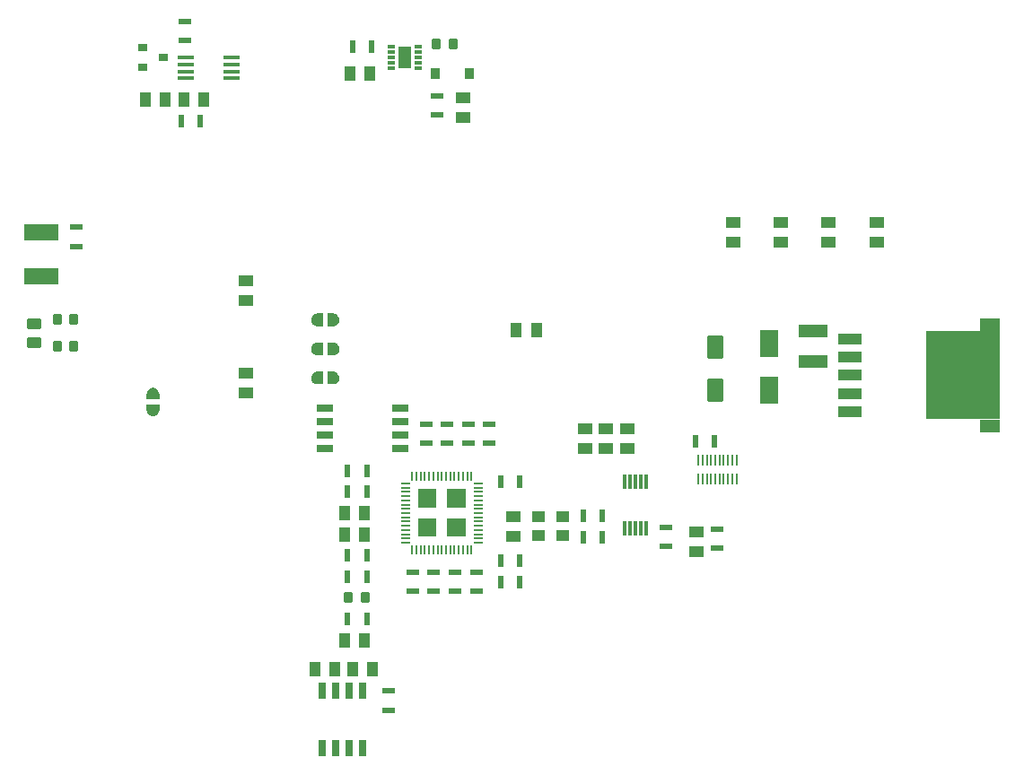
<source format=gbr>
%TF.GenerationSoftware,Altium Limited,Altium Designer,25.2.1 (25)*%
G04 Layer_Color=128*
%FSLAX43Y43*%
%MOMM*%
%TF.SameCoordinates,14BE83A4-B3EB-4770-8DB1-726BE69DDD70*%
%TF.FilePolarity,Positive*%
%TF.FileFunction,Paste,Bot*%
%TF.Part,Single*%
G01*
G75*
%TA.AperFunction,SMDPad,CuDef*%
%ADD39R,0.650X1.528*%
%ADD40R,1.250X0.600*%
G04:AMPARAMS|DCode=41|XSize=2.21mm|YSize=1.53mm|CornerRadius=0.115mm|HoleSize=0mm|Usage=FLASHONLY|Rotation=270.000|XOffset=0mm|YOffset=0mm|HoleType=Round|Shape=RoundedRectangle|*
%AMROUNDEDRECTD41*
21,1,2.210,1.301,0,0,270.0*
21,1,1.981,1.530,0,0,270.0*
1,1,0.230,-0.650,-0.990*
1,1,0.230,-0.650,0.990*
1,1,0.230,0.650,0.990*
1,1,0.230,0.650,-0.990*
%
%ADD41ROUNDEDRECTD41*%
%ADD42R,1.800X2.650*%
%ADD43R,0.200X1.000*%
%ADD44R,0.200X1.100*%
%ADD45R,1.470X1.040*%
%ADD46R,0.600X1.250*%
%ADD47R,2.760X1.230*%
G04:AMPARAMS|DCode=48|XSize=1.016mm|YSize=1.397mm|CornerRadius=0.127mm|HoleSize=0mm|Usage=FLASHONLY|Rotation=270.000|XOffset=0mm|YOffset=0mm|HoleType=Round|Shape=RoundedRectangle|*
%AMROUNDEDRECTD48*
21,1,1.016,1.143,0,0,270.0*
21,1,0.762,1.397,0,0,270.0*
1,1,0.254,-0.572,-0.381*
1,1,0.254,-0.572,0.381*
1,1,0.254,0.572,0.381*
1,1,0.254,0.572,-0.381*
%
%ADD48ROUNDEDRECTD48*%
G04:AMPARAMS|DCode=50|XSize=0.83mm|YSize=0.22mm|CornerRadius=0.028mm|HoleSize=0mm|Usage=FLASHONLY|Rotation=180.000|XOffset=0mm|YOffset=0mm|HoleType=Round|Shape=RoundedRectangle|*
%AMROUNDEDRECTD50*
21,1,0.830,0.165,0,0,180.0*
21,1,0.775,0.220,0,0,180.0*
1,1,0.055,-0.388,0.083*
1,1,0.055,0.388,0.083*
1,1,0.055,0.388,-0.083*
1,1,0.055,-0.388,-0.083*
%
%ADD50ROUNDEDRECTD50*%
G04:AMPARAMS|DCode=51|XSize=0.83mm|YSize=0.22mm|CornerRadius=0.028mm|HoleSize=0mm|Usage=FLASHONLY|Rotation=270.000|XOffset=0mm|YOffset=0mm|HoleType=Round|Shape=RoundedRectangle|*
%AMROUNDEDRECTD51*
21,1,0.830,0.165,0,0,270.0*
21,1,0.775,0.220,0,0,270.0*
1,1,0.055,-0.083,-0.388*
1,1,0.055,-0.083,0.388*
1,1,0.055,0.083,0.388*
1,1,0.055,0.083,-0.388*
%
%ADD51ROUNDEDRECTD51*%
%ADD52R,2.160X1.020*%
%ADD53R,1.910X1.235*%
%ADD54R,6.990X8.330*%
%ADD55R,0.300X1.400*%
%ADD56R,1.040X1.470*%
G04:AMPARAMS|DCode=57|XSize=1.47mm|YSize=0.4mm|CornerRadius=0.05mm|HoleSize=0mm|Usage=FLASHONLY|Rotation=180.000|XOffset=0mm|YOffset=0mm|HoleType=Round|Shape=RoundedRectangle|*
%AMROUNDEDRECTD57*
21,1,1.470,0.300,0,0,180.0*
21,1,1.370,0.400,0,0,180.0*
1,1,0.100,-0.685,0.150*
1,1,0.100,0.685,0.150*
1,1,0.100,0.685,-0.150*
1,1,0.100,-0.685,-0.150*
%
%ADD57ROUNDEDRECTD57*%
%ADD58R,0.900X0.800*%
%ADD59R,0.920X1.080*%
G04:AMPARAMS|DCode=60|XSize=0.9mm|YSize=0.97mm|CornerRadius=0.135mm|HoleSize=0mm|Usage=FLASHONLY|Rotation=180.000|XOffset=0mm|YOffset=0mm|HoleType=Round|Shape=RoundedRectangle|*
%AMROUNDEDRECTD60*
21,1,0.900,0.700,0,0,180.0*
21,1,0.630,0.970,0,0,180.0*
1,1,0.270,-0.315,0.350*
1,1,0.270,0.315,0.350*
1,1,0.270,0.315,-0.350*
1,1,0.270,-0.315,-0.350*
%
%ADD60ROUNDEDRECTD60*%
%ADD61R,1.300X1.050*%
%ADD62R,0.800X0.300*%
%ADD63R,1.250X2.050*%
%ADD64R,1.600X0.650*%
%ADD65R,3.200X1.500*%
G04:AMPARAMS|DCode=66|XSize=0.87mm|YSize=1.02mm|CornerRadius=0.109mm|HoleSize=0mm|Usage=FLASHONLY|Rotation=0.000|XOffset=0mm|YOffset=0mm|HoleType=Round|Shape=RoundedRectangle|*
%AMROUNDEDRECTD66*
21,1,0.870,0.803,0,0,0.0*
21,1,0.653,1.020,0,0,0.0*
1,1,0.217,0.326,-0.401*
1,1,0.217,-0.326,-0.401*
1,1,0.217,-0.326,0.401*
1,1,0.217,0.326,0.401*
%
%ADD66ROUNDEDRECTD66*%
G36*
X31875Y45835D02*
X31964Y45806D01*
X32048Y45763D01*
X32125Y45708D01*
X32192Y45641D01*
X32247Y45564D01*
X32290Y45480D01*
X32319Y45390D01*
X32334Y45297D01*
Y45203D01*
X32319Y45110D01*
X32290Y45020D01*
X32247Y44936D01*
X32192Y44859D01*
X32125Y44792D01*
X32048Y44737D01*
X31964Y44694D01*
X31875Y44665D01*
X31781Y44650D01*
X31734Y44650D01*
X31226D01*
Y45850D01*
X31781D01*
X31875Y45835D01*
D02*
G37*
G36*
X30774Y44650D02*
X30266D01*
X30266Y44650D01*
X30219D01*
X30125Y44665D01*
X30036Y44694D01*
X29952Y44737D01*
X29875Y44792D01*
X29808Y44859D01*
X29753Y44936D01*
X29710Y45020D01*
X29681Y45110D01*
X29666Y45203D01*
Y45297D01*
X29681Y45390D01*
X29710Y45480D01*
X29753Y45564D01*
X29808Y45641D01*
X29875Y45708D01*
X29952Y45763D01*
X30036Y45806D01*
X30125Y45835D01*
X30219Y45850D01*
X30774D01*
Y44650D01*
D02*
G37*
G36*
X31875Y43085D02*
X31964Y43056D01*
X32048Y43013D01*
X32125Y42958D01*
X32192Y42891D01*
X32247Y42814D01*
X32290Y42730D01*
X32319Y42640D01*
X32334Y42547D01*
Y42453D01*
X32319Y42360D01*
X32290Y42270D01*
X32247Y42186D01*
X32192Y42109D01*
X32125Y42042D01*
X32048Y41987D01*
X31964Y41944D01*
X31875Y41915D01*
X31781Y41900D01*
X31734Y41900D01*
X31226D01*
Y43100D01*
X31781D01*
X31875Y43085D01*
D02*
G37*
G36*
X30774Y41900D02*
X30266D01*
X30266Y41900D01*
X30219D01*
X30125Y41915D01*
X30036Y41944D01*
X29952Y41987D01*
X29875Y42042D01*
X29808Y42109D01*
X29753Y42186D01*
X29710Y42270D01*
X29681Y42360D01*
X29666Y42453D01*
Y42547D01*
X29681Y42640D01*
X29710Y42730D01*
X29753Y42814D01*
X29808Y42891D01*
X29875Y42958D01*
X29952Y43013D01*
X30036Y43056D01*
X30125Y43085D01*
X30219Y43100D01*
X30774D01*
Y41900D01*
D02*
G37*
G36*
X31875Y40335D02*
X31964Y40306D01*
X32048Y40263D01*
X32125Y40208D01*
X32192Y40141D01*
X32247Y40064D01*
X32290Y39980D01*
X32319Y39890D01*
X32334Y39797D01*
Y39703D01*
X32319Y39610D01*
X32290Y39520D01*
X32247Y39436D01*
X32192Y39359D01*
X32125Y39292D01*
X32048Y39237D01*
X31964Y39194D01*
X31875Y39165D01*
X31781Y39150D01*
X31734Y39150D01*
X31226D01*
Y40350D01*
X31781D01*
X31875Y40335D01*
D02*
G37*
G36*
X30774Y39150D02*
X30266D01*
X30266Y39150D01*
X30219D01*
X30125Y39165D01*
X30036Y39194D01*
X29952Y39237D01*
X29875Y39292D01*
X29808Y39359D01*
X29753Y39436D01*
X29710Y39520D01*
X29681Y39610D01*
X29666Y39703D01*
Y39797D01*
X29681Y39890D01*
X29710Y39980D01*
X29753Y40064D01*
X29808Y40141D01*
X29875Y40208D01*
X29952Y40263D01*
X30036Y40306D01*
X30125Y40335D01*
X30219Y40350D01*
X30774D01*
Y39150D01*
D02*
G37*
G36*
X14891Y38819D02*
X14980Y38790D01*
X15064Y38747D01*
X15141Y38692D01*
X15208Y38625D01*
X15263Y38548D01*
X15306Y38464D01*
X15335Y38375D01*
X15350Y38281D01*
X15350Y38234D01*
Y37726D01*
X14150D01*
Y38234D01*
Y38234D01*
Y38281D01*
X14165Y38375D01*
X14194Y38464D01*
X14237Y38548D01*
X14292Y38625D01*
X14359Y38692D01*
X14436Y38747D01*
X14520Y38790D01*
X14609Y38819D01*
X14703Y38834D01*
X14797D01*
X14891Y38819D01*
D02*
G37*
G36*
X15350Y36766D02*
X15350Y36766D01*
Y36719D01*
X15335Y36625D01*
X15306Y36536D01*
X15263Y36452D01*
X15208Y36375D01*
X15141Y36308D01*
X15064Y36253D01*
X14980Y36210D01*
X14891Y36181D01*
X14797Y36166D01*
X14703D01*
X14609Y36181D01*
X14520Y36210D01*
X14436Y36253D01*
X14359Y36308D01*
X14292Y36375D01*
X14237Y36452D01*
X14194Y36536D01*
X14165Y36625D01*
X14150Y36719D01*
Y36766D01*
Y37274D01*
X15350D01*
Y36766D01*
D02*
G37*
G36*
X44245Y27505D02*
X42505D01*
Y29245D01*
X44245D01*
Y27505D01*
D02*
G37*
G36*
X41495D02*
X39755D01*
Y29245D01*
X41495D01*
Y27505D01*
D02*
G37*
G36*
X44245Y24755D02*
X42505D01*
Y26495D01*
X44245D01*
Y24755D01*
D02*
G37*
G36*
X41495D02*
X39755D01*
Y26495D01*
X41495D01*
Y24755D01*
D02*
G37*
D39*
X34544Y10204D02*
D03*
X33274D02*
D03*
X32004D02*
D03*
X30734D02*
D03*
Y4782D02*
D03*
X32004D02*
D03*
X33274D02*
D03*
X34544D02*
D03*
D40*
X37000Y8400D02*
D03*
Y10200D02*
D03*
X68000Y25459D02*
D03*
Y23659D02*
D03*
X17780Y71628D02*
D03*
X46500Y35400D02*
D03*
X42500D02*
D03*
X63119Y23850D02*
D03*
X45250Y19600D02*
D03*
X43250D02*
D03*
X41565Y64600D02*
D03*
X17780Y73428D02*
D03*
X7493Y52185D02*
D03*
X40500Y35400D02*
D03*
X41250Y19600D02*
D03*
X39250D02*
D03*
X44500Y35400D02*
D03*
X42500Y33600D02*
D03*
X40500D02*
D03*
X46500D02*
D03*
X45250Y21400D02*
D03*
X41250D02*
D03*
X39250D02*
D03*
X41565Y66400D02*
D03*
X63119Y25650D02*
D03*
X7493Y53985D02*
D03*
X43250Y21400D02*
D03*
X44500Y33600D02*
D03*
D41*
X67817Y38590D02*
D03*
Y42690D02*
D03*
D42*
X72897Y38567D02*
D03*
Y42967D02*
D03*
D43*
X69800Y32000D02*
D03*
X69400D02*
D03*
X69000D02*
D03*
X68600D02*
D03*
X68200D02*
D03*
X67800D02*
D03*
X67400D02*
D03*
X67000D02*
D03*
X66600D02*
D03*
X66200D02*
D03*
Y30200D02*
D03*
X66600D02*
D03*
X67000D02*
D03*
X67400D02*
D03*
X67800D02*
D03*
X68200D02*
D03*
X68600D02*
D03*
X69000D02*
D03*
X69400D02*
D03*
D44*
X69800Y30250D02*
D03*
D45*
X66000Y25239D02*
D03*
Y23359D02*
D03*
X59500Y33060D02*
D03*
Y34940D02*
D03*
X57500Y33060D02*
D03*
Y34940D02*
D03*
X55500Y33060D02*
D03*
Y34940D02*
D03*
X48750Y26690D02*
D03*
Y24810D02*
D03*
X44000Y66180D02*
D03*
Y64300D02*
D03*
X23500Y40190D02*
D03*
X83000Y54440D02*
D03*
X69500D02*
D03*
Y52560D02*
D03*
X83000D02*
D03*
X78500Y54440D02*
D03*
Y52560D02*
D03*
X74000Y54440D02*
D03*
Y52560D02*
D03*
X23500Y47060D02*
D03*
Y48940D02*
D03*
X23500Y38310D02*
D03*
D46*
X67700Y33750D02*
D03*
X65900D02*
D03*
X33110Y23000D02*
D03*
X57150Y26750D02*
D03*
Y24750D02*
D03*
X49365Y30000D02*
D03*
Y22500D02*
D03*
Y20500D02*
D03*
X33600Y71000D02*
D03*
X19215Y64000D02*
D03*
X34910Y17000D02*
D03*
X33110Y31000D02*
D03*
Y29000D02*
D03*
X33110Y21000D02*
D03*
X47565Y30000D02*
D03*
Y20500D02*
D03*
X35400Y71000D02*
D03*
X34910Y31000D02*
D03*
Y29000D02*
D03*
X34910Y21000D02*
D03*
X33110Y17000D02*
D03*
X17415Y64000D02*
D03*
X55350Y26750D02*
D03*
X34910Y23000D02*
D03*
X55350Y24750D02*
D03*
X47565Y22500D02*
D03*
D47*
X77000Y41284D02*
D03*
Y44216D02*
D03*
D48*
X3500Y43111D02*
D03*
Y44889D02*
D03*
D50*
X38560Y24600D02*
D03*
X45440Y28200D02*
D03*
Y24200D02*
D03*
X38560Y27400D02*
D03*
Y27000D02*
D03*
Y25400D02*
D03*
Y29800D02*
D03*
Y29400D02*
D03*
Y29000D02*
D03*
Y28600D02*
D03*
Y28200D02*
D03*
Y27800D02*
D03*
Y26600D02*
D03*
Y26200D02*
D03*
Y25800D02*
D03*
Y25000D02*
D03*
Y24200D02*
D03*
X45440Y24600D02*
D03*
Y25000D02*
D03*
Y25400D02*
D03*
Y25800D02*
D03*
Y26200D02*
D03*
Y26600D02*
D03*
Y27000D02*
D03*
Y27400D02*
D03*
Y27800D02*
D03*
Y28600D02*
D03*
Y29000D02*
D03*
Y29400D02*
D03*
Y29800D02*
D03*
D51*
X43200Y30440D02*
D03*
X42000Y23560D02*
D03*
X39200Y30440D02*
D03*
Y23560D02*
D03*
X39600D02*
D03*
X40000D02*
D03*
X40400D02*
D03*
X40800D02*
D03*
X41200D02*
D03*
X41600D02*
D03*
X42400D02*
D03*
X42800D02*
D03*
X43200D02*
D03*
X43600D02*
D03*
X44000D02*
D03*
X44400D02*
D03*
X44800D02*
D03*
Y30440D02*
D03*
X44400D02*
D03*
X44000D02*
D03*
X43600D02*
D03*
X42800D02*
D03*
X42400D02*
D03*
X42000D02*
D03*
X41600D02*
D03*
X41200D02*
D03*
X40800D02*
D03*
X40400D02*
D03*
X40000D02*
D03*
X39600D02*
D03*
D52*
X80500Y41700D02*
D03*
Y43400D02*
D03*
Y40000D02*
D03*
Y36600D02*
D03*
Y38300D02*
D03*
D53*
X93715Y44783D02*
D03*
Y35217D02*
D03*
D54*
X91175Y40000D02*
D03*
D55*
X59250Y25550D02*
D03*
X59750D02*
D03*
X60250D02*
D03*
X60750D02*
D03*
X61250D02*
D03*
Y29950D02*
D03*
X60750D02*
D03*
X60250D02*
D03*
X59750D02*
D03*
X59250D02*
D03*
D56*
X31940Y12300D02*
D03*
X30060D02*
D03*
X35440D02*
D03*
X33560D02*
D03*
X50910Y44310D02*
D03*
X49030D02*
D03*
X14060Y66000D02*
D03*
X33300Y68500D02*
D03*
X19515Y66000D02*
D03*
X32810Y15000D02*
D03*
X17635Y66000D02*
D03*
X35180Y68500D02*
D03*
X15940Y66000D02*
D03*
X34690Y15000D02*
D03*
X32810Y27000D02*
D03*
X34690D02*
D03*
X32810Y25000D02*
D03*
X34690D02*
D03*
D57*
X17850Y69975D02*
D03*
X22150Y68025D02*
D03*
X17850Y68675D02*
D03*
X22150Y69975D02*
D03*
Y69325D02*
D03*
Y68675D02*
D03*
X17850Y68025D02*
D03*
Y69325D02*
D03*
D58*
X13750Y70950D02*
D03*
Y69050D02*
D03*
X15750Y70000D02*
D03*
D59*
X44600Y68500D02*
D03*
X41400D02*
D03*
D60*
X43035Y71250D02*
D03*
X41465D02*
D03*
X33190Y19000D02*
D03*
X34760D02*
D03*
D61*
X53400Y26625D02*
D03*
X51100Y24875D02*
D03*
Y26625D02*
D03*
X53400Y24875D02*
D03*
D62*
X37250Y70500D02*
D03*
X39750Y70000D02*
D03*
Y69500D02*
D03*
Y71000D02*
D03*
X37250D02*
D03*
X39750Y70500D02*
D03*
Y69000D02*
D03*
X37250D02*
D03*
Y69500D02*
D03*
Y70000D02*
D03*
D63*
X38500D02*
D03*
D64*
X30950Y36905D02*
D03*
X38050Y33095D02*
D03*
X30950D02*
D03*
Y34365D02*
D03*
Y35635D02*
D03*
X38050Y36905D02*
D03*
Y35635D02*
D03*
Y34365D02*
D03*
D65*
X4222Y49335D02*
D03*
Y53535D02*
D03*
D66*
X5720Y42750D02*
D03*
X7280D02*
D03*
X5720Y45250D02*
D03*
X7280D02*
D03*
%TF.MD5,82d994676805ec02c8cdcff55985852d*%
M02*

</source>
